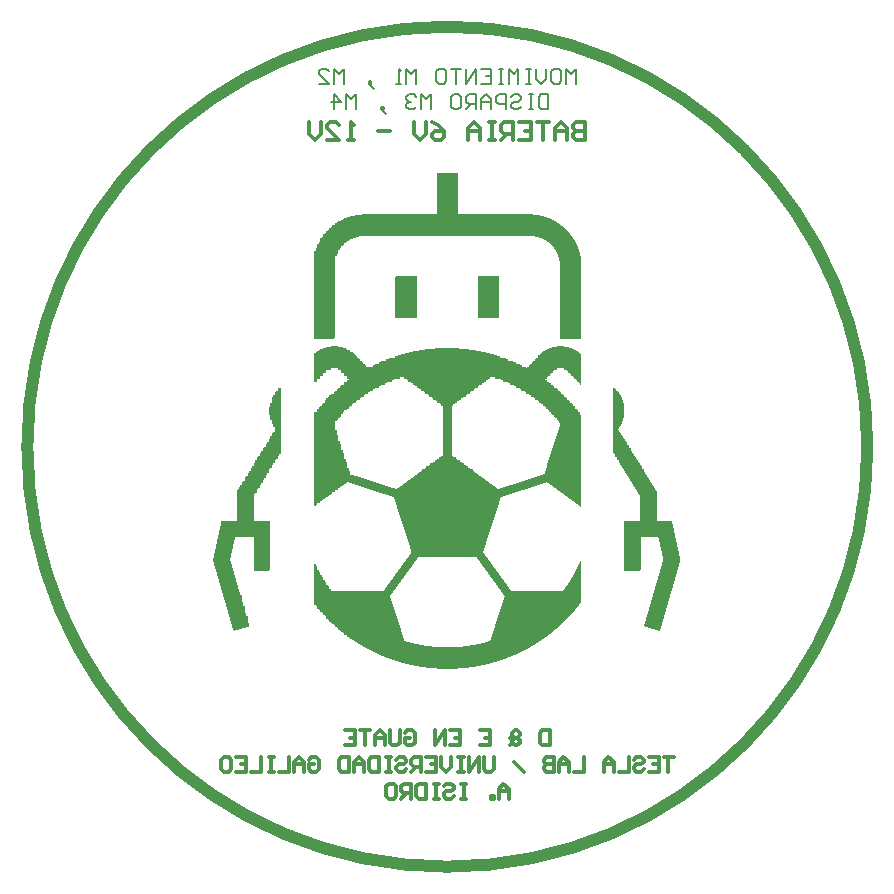
<source format=gbo>
G04*
G04 #@! TF.GenerationSoftware,Altium Limited,Altium Designer,22.0.2 (36)*
G04*
G04 Layer_Color=32896*
%FSLAX23Y23*%
%MOIN*%
G70*
G04*
G04 #@! TF.SameCoordinates,F56BB060-458F-4204-93A6-019121B336C4*
G04*
G04*
G04 #@! TF.FilePolarity,Positive*
G04*
G01*
G75*
%ADD15C,0.008*%
%ADD16C,0.012*%
%ADD56C,0.040*%
G36*
X1875Y1728D02*
X1872D01*
Y1638D01*
X1925D01*
Y1475D01*
X1922D01*
Y1471D01*
X1869D01*
Y1585D01*
X1808D01*
Y1575D01*
X1805D01*
Y1561D01*
X1802D01*
Y1545D01*
X1798D01*
Y1531D01*
X1795D01*
Y1515D01*
X1792D01*
Y1505D01*
X1795D01*
Y1495D01*
X1798D01*
Y1481D01*
X1802D01*
Y1471D01*
X1805D01*
Y1458D01*
X1808D01*
Y1448D01*
X1812D01*
Y1435D01*
X1815D01*
Y1424D01*
X1818D01*
Y1411D01*
X1822D01*
Y1401D01*
X1825D01*
Y1391D01*
X1829D01*
Y1378D01*
X1832D01*
Y1368D01*
X1835D01*
Y1354D01*
X1839D01*
Y1344D01*
X1842D01*
Y1331D01*
X1845D01*
Y1321D01*
X1849D01*
Y1308D01*
X1852D01*
Y1298D01*
X1855D01*
Y1284D01*
X1845D01*
Y1281D01*
X1832D01*
Y1278D01*
X1822D01*
Y1274D01*
X1808D01*
Y1271D01*
X1805D01*
Y1274D01*
X1802D01*
Y1281D01*
X1798D01*
Y1294D01*
X1795D01*
Y1304D01*
X1792D01*
Y1318D01*
X1788D01*
Y1328D01*
X1785D01*
Y1341D01*
X1782D01*
Y1351D01*
X1778D01*
Y1364D01*
X1775D01*
Y1374D01*
X1772D01*
Y1384D01*
X1768D01*
Y1398D01*
X1765D01*
Y1408D01*
X1762D01*
Y1421D01*
X1758D01*
Y1431D01*
X1755D01*
Y1445D01*
X1752D01*
Y1455D01*
X1748D01*
Y1468D01*
X1745D01*
Y1478D01*
X1742D01*
Y1488D01*
X1738D01*
Y1501D01*
X1735D01*
Y1515D01*
X1738D01*
Y1531D01*
X1742D01*
Y1545D01*
X1745D01*
Y1561D01*
X1748D01*
Y1578D01*
X1752D01*
Y1591D01*
X1755D01*
Y1608D01*
X1758D01*
Y1622D01*
X1762D01*
Y1638D01*
X1815D01*
Y1742D01*
X1818D01*
Y1745D01*
X1822D01*
Y1752D01*
X1825D01*
Y1758D01*
X1829D01*
Y1762D01*
X1832D01*
Y1768D01*
X1835D01*
Y1772D01*
X1839D01*
Y1778D01*
X1842D01*
Y1785D01*
X1845D01*
Y1788D01*
X1849D01*
Y1795D01*
X1852D01*
Y1798D01*
X1855D01*
Y1805D01*
X1859D01*
Y1812D01*
X1862D01*
Y1815D01*
X1865D01*
Y1822D01*
X1869D01*
Y1825D01*
X1872D01*
Y1832D01*
X1875D01*
Y1839D01*
X1879D01*
Y1842D01*
X1882D01*
Y1849D01*
X1885D01*
Y1855D01*
X1889D01*
Y1859D01*
X1892D01*
Y1865D01*
X1895D01*
Y1869D01*
X1899D01*
Y1875D01*
X1902D01*
Y1882D01*
X1905D01*
Y1885D01*
X1909D01*
Y1892D01*
X1912D01*
Y1895D01*
X1915D01*
Y1902D01*
X1919D01*
Y1909D01*
X1922D01*
Y1912D01*
X1925D01*
Y1919D01*
X1929D01*
Y1922D01*
X1932D01*
Y1929D01*
X1935D01*
Y1935D01*
X1939D01*
Y1939D01*
X1942D01*
Y1949D01*
X1939D01*
Y1952D01*
X1935D01*
Y1959D01*
X1932D01*
Y1965D01*
X1929D01*
Y1975D01*
X1925D01*
Y1992D01*
X1922D01*
Y2016D01*
X1925D01*
Y2032D01*
X1929D01*
Y2042D01*
X1932D01*
Y2049D01*
X1935D01*
Y2056D01*
X1939D01*
Y2062D01*
X1942D01*
Y2066D01*
X1945D01*
Y2072D01*
X1949D01*
Y2076D01*
X1952D01*
Y2079D01*
X1955D01*
Y2082D01*
X1962D01*
Y1869D01*
X1959D01*
Y1862D01*
X1955D01*
Y1855D01*
X1952D01*
Y1852D01*
X1949D01*
Y1845D01*
X1945D01*
Y1842D01*
X1942D01*
Y1835D01*
X1939D01*
Y1829D01*
X1935D01*
Y1825D01*
X1932D01*
Y1819D01*
X1929D01*
Y1815D01*
X1925D01*
Y1809D01*
X1922D01*
Y1802D01*
X1919D01*
Y1798D01*
X1915D01*
Y1792D01*
X1912D01*
Y1785D01*
X1909D01*
Y1782D01*
X1905D01*
Y1775D01*
X1902D01*
Y1772D01*
X1899D01*
Y1765D01*
X1895D01*
Y1758D01*
X1892D01*
Y1755D01*
X1889D01*
Y1748D01*
X1885D01*
Y1745D01*
X1882D01*
Y1738D01*
X1879D01*
Y1732D01*
X1875D01*
Y1728D01*
D02*
G37*
G36*
X2904Y2216D02*
X2920D01*
Y2213D01*
X2930D01*
Y2209D01*
X2937D01*
Y2206D01*
X2944D01*
Y2203D01*
X2950D01*
Y2199D01*
X2954D01*
Y2196D01*
X2957D01*
Y2193D01*
X2961D01*
Y2092D01*
X2957D01*
Y2096D01*
X2954D01*
Y2099D01*
X2950D01*
Y2102D01*
X2947D01*
Y2106D01*
X2944D01*
Y2109D01*
X2940D01*
Y2112D01*
X2937D01*
Y2116D01*
X2934D01*
Y2119D01*
X2930D01*
Y2122D01*
X2927D01*
Y2126D01*
X2924D01*
Y2129D01*
X2920D01*
Y2132D01*
X2917D01*
Y2136D01*
X2914D01*
Y2139D01*
X2910D01*
Y2142D01*
X2904D01*
Y2146D01*
X2880D01*
Y2142D01*
X2874D01*
Y2139D01*
X2870D01*
Y2136D01*
X2867D01*
Y2132D01*
X2864D01*
Y2129D01*
X2860D01*
Y2126D01*
X2857D01*
Y2122D01*
X2854D01*
Y2119D01*
X2850D01*
Y2116D01*
X2847D01*
Y2112D01*
X2844D01*
Y2109D01*
X2840D01*
Y2106D01*
X2847D01*
Y2102D01*
X2850D01*
Y2099D01*
X2854D01*
Y2096D01*
X2860D01*
Y2092D01*
X2864D01*
Y2089D01*
X2867D01*
Y2086D01*
X2870D01*
Y2082D01*
X2877D01*
Y2079D01*
X2880D01*
Y2076D01*
X2884D01*
Y2072D01*
X2887D01*
Y2069D01*
X2890D01*
Y2066D01*
X2894D01*
Y2062D01*
X2897D01*
Y2059D01*
X2900D01*
Y2056D01*
X2904D01*
Y2052D01*
X2907D01*
Y2049D01*
X2910D01*
Y2046D01*
X2914D01*
Y2042D01*
X2917D01*
Y2039D01*
X2920D01*
Y2036D01*
X2924D01*
Y2032D01*
X2927D01*
Y2029D01*
X2930D01*
Y2026D01*
X2934D01*
Y2022D01*
X2937D01*
Y2019D01*
X2940D01*
Y2012D01*
X2944D01*
Y2009D01*
X2947D01*
Y2006D01*
X2950D01*
Y2002D01*
X2954D01*
Y1999D01*
X2957D01*
Y1992D01*
X2961D01*
Y1819D01*
Y1815D01*
Y1685D01*
X2957D01*
Y1688D01*
X2954D01*
Y1692D01*
X2950D01*
Y1695D01*
X2944D01*
Y1698D01*
X2940D01*
Y1702D01*
X2937D01*
Y1705D01*
X2930D01*
Y1708D01*
X2927D01*
Y1712D01*
X2920D01*
Y1715D01*
X2917D01*
Y1718D01*
X2914D01*
Y1722D01*
X2907D01*
Y1725D01*
X2904D01*
Y1728D01*
X2900D01*
Y1732D01*
X2894D01*
Y1735D01*
X2890D01*
Y1738D01*
X2884D01*
Y1742D01*
X2880D01*
Y1745D01*
X2877D01*
Y1748D01*
X2870D01*
Y1752D01*
X2867D01*
Y1755D01*
X2864D01*
Y1758D01*
X2857D01*
Y1762D01*
X2854D01*
Y1765D01*
X2847D01*
Y1768D01*
X2844D01*
Y1765D01*
X2834D01*
Y1762D01*
X2824D01*
Y1758D01*
X2814D01*
Y1755D01*
X2804D01*
Y1752D01*
X2794D01*
Y1748D01*
X2784D01*
Y1745D01*
X2774D01*
Y1742D01*
X2760D01*
Y1738D01*
X2750D01*
Y1735D01*
X2740D01*
Y1732D01*
X2730D01*
Y1728D01*
X2720D01*
Y1725D01*
X2710D01*
Y1722D01*
X2700D01*
Y1718D01*
X2693D01*
Y1715D01*
X2690D01*
Y1705D01*
X2687D01*
Y1692D01*
X2683D01*
Y1682D01*
X2680D01*
Y1672D01*
X2677D01*
Y1662D01*
X2673D01*
Y1652D01*
X2670D01*
Y1642D01*
X2667D01*
Y1632D01*
X2663D01*
Y1622D01*
X2660D01*
Y1611D01*
X2657D01*
Y1601D01*
X2653D01*
Y1591D01*
X2650D01*
Y1581D01*
X2647D01*
Y1571D01*
X2643D01*
Y1558D01*
X2640D01*
Y1548D01*
X2637D01*
Y1538D01*
X2633D01*
Y1531D01*
X2637D01*
Y1528D01*
X2640D01*
Y1521D01*
X2643D01*
Y1518D01*
X2647D01*
Y1515D01*
X2650D01*
Y1508D01*
X2653D01*
Y1505D01*
X2657D01*
Y1501D01*
X2660D01*
Y1495D01*
X2663D01*
Y1491D01*
X2667D01*
Y1485D01*
X2670D01*
Y1481D01*
X2673D01*
Y1478D01*
X2677D01*
Y1471D01*
X2680D01*
Y1468D01*
X2683D01*
Y1465D01*
X2687D01*
Y1458D01*
X2690D01*
Y1455D01*
X2693D01*
Y1448D01*
X2697D01*
Y1445D01*
X2700D01*
Y1441D01*
X2703D01*
Y1435D01*
X2707D01*
Y1431D01*
X2710D01*
Y1428D01*
X2713D01*
Y1421D01*
X2717D01*
Y1418D01*
X2720D01*
Y1411D01*
X2723D01*
Y1408D01*
X2727D01*
Y1404D01*
X2900D01*
Y1408D01*
X2904D01*
Y1411D01*
X2907D01*
Y1418D01*
X2910D01*
Y1421D01*
X2914D01*
Y1424D01*
X2917D01*
Y1431D01*
X2920D01*
Y1435D01*
X2924D01*
Y1441D01*
X2927D01*
Y1448D01*
X2930D01*
Y1451D01*
X2934D01*
Y1458D01*
X2937D01*
Y1465D01*
X2940D01*
Y1471D01*
X2944D01*
Y1478D01*
X2947D01*
Y1485D01*
X2950D01*
Y1491D01*
X2954D01*
Y1498D01*
X2957D01*
Y1505D01*
X2961D01*
Y1364D01*
X2957D01*
Y1361D01*
X2954D01*
Y1354D01*
X2950D01*
Y1351D01*
X2947D01*
Y1348D01*
X2944D01*
Y1344D01*
X2940D01*
Y1338D01*
X2937D01*
Y1334D01*
X2934D01*
Y1331D01*
X2930D01*
Y1328D01*
X2927D01*
Y1324D01*
X2924D01*
Y1321D01*
X2920D01*
Y1318D01*
X2917D01*
Y1314D01*
X2914D01*
Y1311D01*
X2910D01*
Y1308D01*
X2907D01*
Y1304D01*
X2904D01*
Y1301D01*
X2900D01*
Y1298D01*
X2897D01*
Y1294D01*
X2894D01*
Y1291D01*
X2890D01*
Y1288D01*
X2887D01*
Y1284D01*
X2884D01*
Y1281D01*
X2880D01*
Y1278D01*
X2874D01*
Y1274D01*
X2870D01*
Y1271D01*
X2867D01*
Y1268D01*
X2864D01*
Y1264D01*
X2860D01*
Y1261D01*
X2854D01*
Y1258D01*
X2850D01*
Y1254D01*
X2847D01*
Y1251D01*
X2840D01*
Y1248D01*
X2837D01*
Y1244D01*
X2830D01*
Y1241D01*
X2827D01*
Y1238D01*
X2820D01*
Y1234D01*
X2817D01*
Y1231D01*
X2810D01*
Y1227D01*
X2807D01*
Y1224D01*
X2800D01*
Y1221D01*
X2794D01*
Y1217D01*
X2790D01*
Y1214D01*
X2784D01*
Y1211D01*
X2777D01*
Y1207D01*
X2770D01*
Y1204D01*
X2763D01*
Y1201D01*
X2757D01*
Y1197D01*
X2750D01*
Y1194D01*
X2743D01*
Y1191D01*
X2733D01*
Y1187D01*
X2727D01*
Y1184D01*
X2717D01*
Y1181D01*
X2710D01*
Y1177D01*
X2700D01*
Y1174D01*
X2690D01*
Y1171D01*
X2680D01*
Y1167D01*
X2667D01*
Y1164D01*
X2657D01*
Y1161D01*
X2643D01*
Y1157D01*
X2627D01*
Y1154D01*
X2610D01*
Y1151D01*
X2587D01*
Y1147D01*
X2550D01*
Y1144D01*
X2480D01*
Y1147D01*
X2443D01*
Y1151D01*
X2420D01*
Y1154D01*
X2403D01*
Y1157D01*
X2386D01*
Y1161D01*
X2373D01*
Y1164D01*
X2359D01*
Y1167D01*
X2349D01*
Y1171D01*
X2339D01*
Y1174D01*
X2329D01*
Y1177D01*
X2319D01*
Y1181D01*
X2309D01*
Y1184D01*
X2303D01*
Y1187D01*
X2293D01*
Y1191D01*
X2286D01*
Y1194D01*
X2279D01*
Y1197D01*
X2273D01*
Y1201D01*
X2266D01*
Y1204D01*
X2259D01*
Y1207D01*
X2253D01*
Y1211D01*
X2246D01*
Y1214D01*
X2239D01*
Y1217D01*
X2233D01*
Y1221D01*
X2229D01*
Y1224D01*
X2223D01*
Y1227D01*
X2216D01*
Y1231D01*
X2213D01*
Y1234D01*
X2206D01*
Y1238D01*
X2203D01*
Y1241D01*
X2196D01*
Y1244D01*
X2192D01*
Y1248D01*
X2186D01*
Y1251D01*
X2182D01*
Y1254D01*
X2179D01*
Y1258D01*
X2172D01*
Y1261D01*
X2169D01*
Y1264D01*
X2166D01*
Y1268D01*
X2162D01*
Y1271D01*
X2156D01*
Y1274D01*
X2152D01*
Y1278D01*
X2149D01*
Y1281D01*
X2146D01*
Y1284D01*
X2142D01*
Y1288D01*
X2139D01*
Y1291D01*
X2136D01*
Y1294D01*
X2132D01*
Y1298D01*
X2126D01*
Y1301D01*
X2122D01*
Y1304D01*
X2119D01*
Y1308D01*
X2116D01*
Y1311D01*
X2112D01*
Y1314D01*
X2109D01*
Y1321D01*
X2106D01*
Y1324D01*
X2102D01*
Y1328D01*
X2099D01*
Y1331D01*
X2096D01*
Y1334D01*
X2092D01*
Y1338D01*
X2089D01*
Y1341D01*
X2086D01*
Y1344D01*
X2082D01*
Y1351D01*
X2079D01*
Y1354D01*
X2076D01*
Y1358D01*
X2072D01*
Y1361D01*
X2069D01*
Y1505D01*
X2072D01*
Y1495D01*
X2076D01*
Y1488D01*
X2079D01*
Y1481D01*
X2082D01*
Y1475D01*
X2086D01*
Y1468D01*
X2089D01*
Y1461D01*
X2092D01*
Y1458D01*
X2096D01*
Y1451D01*
X2099D01*
Y1445D01*
X2102D01*
Y1441D01*
X2106D01*
Y1435D01*
X2109D01*
Y1428D01*
X2112D01*
Y1424D01*
X2116D01*
Y1421D01*
X2119D01*
Y1414D01*
X2122D01*
Y1411D01*
X2126D01*
Y1404D01*
X2303D01*
Y1408D01*
X2306D01*
Y1414D01*
X2309D01*
Y1418D01*
X2313D01*
Y1424D01*
X2316D01*
Y1428D01*
X2319D01*
Y1431D01*
X2323D01*
Y1438D01*
X2326D01*
Y1441D01*
X2329D01*
Y1445D01*
X2333D01*
Y1451D01*
X2336D01*
Y1455D01*
X2339D01*
Y1461D01*
X2343D01*
Y1465D01*
X2346D01*
Y1468D01*
X2349D01*
Y1475D01*
X2353D01*
Y1478D01*
X2356D01*
Y1481D01*
X2359D01*
Y1488D01*
X2363D01*
Y1491D01*
X2366D01*
Y1498D01*
X2369D01*
Y1501D01*
X2373D01*
Y1505D01*
X2376D01*
Y1511D01*
X2379D01*
Y1515D01*
X2383D01*
Y1518D01*
X2386D01*
Y1525D01*
X2389D01*
Y1528D01*
X2393D01*
Y1545D01*
X2389D01*
Y1558D01*
X2386D01*
Y1568D01*
X2383D01*
Y1578D01*
X2379D01*
Y1588D01*
X2376D01*
Y1598D01*
X2373D01*
Y1608D01*
X2369D01*
Y1618D01*
X2366D01*
Y1628D01*
X2363D01*
Y1638D01*
X2359D01*
Y1648D01*
X2356D01*
Y1658D01*
X2353D01*
Y1668D01*
X2349D01*
Y1678D01*
X2346D01*
Y1692D01*
X2343D01*
Y1702D01*
X2339D01*
Y1712D01*
X2336D01*
Y1718D01*
X2329D01*
Y1722D01*
X2319D01*
Y1725D01*
X2309D01*
Y1728D01*
X2296D01*
Y1732D01*
X2286D01*
Y1735D01*
X2276D01*
Y1738D01*
X2266D01*
Y1742D01*
X2256D01*
Y1745D01*
X2246D01*
Y1748D01*
X2236D01*
Y1752D01*
X2226D01*
Y1755D01*
X2216D01*
Y1758D01*
X2206D01*
Y1762D01*
X2196D01*
Y1765D01*
X2186D01*
Y1768D01*
X2179D01*
Y1765D01*
X2176D01*
Y1762D01*
X2172D01*
Y1758D01*
X2166D01*
Y1755D01*
X2162D01*
Y1752D01*
X2156D01*
Y1748D01*
X2152D01*
Y1745D01*
X2149D01*
Y1742D01*
X2142D01*
Y1738D01*
X2139D01*
Y1735D01*
X2132D01*
Y1732D01*
X2129D01*
Y1728D01*
X2126D01*
Y1725D01*
X2119D01*
Y1722D01*
X2116D01*
Y1718D01*
X2112D01*
Y1715D01*
X2106D01*
Y1712D01*
X2102D01*
Y1708D01*
X2096D01*
Y1705D01*
X2092D01*
Y1702D01*
X2089D01*
Y1698D01*
X2082D01*
Y1695D01*
X2079D01*
Y1692D01*
X2076D01*
Y1688D01*
X2069D01*
Y1995D01*
X2072D01*
Y1999D01*
X2076D01*
Y2002D01*
X2079D01*
Y2006D01*
X2082D01*
Y2012D01*
X2086D01*
Y2016D01*
X2089D01*
Y2019D01*
X2092D01*
Y2022D01*
X2096D01*
Y2026D01*
X2099D01*
Y2029D01*
X2102D01*
Y2032D01*
X2106D01*
Y2039D01*
X2109D01*
Y2042D01*
X2112D01*
Y2046D01*
X2116D01*
Y2049D01*
X2119D01*
Y2052D01*
X2122D01*
Y2056D01*
X2126D01*
Y2059D01*
X2129D01*
Y2062D01*
X2136D01*
Y2066D01*
X2139D01*
Y2069D01*
X2142D01*
Y2072D01*
X2146D01*
Y2076D01*
X2149D01*
Y2079D01*
X2152D01*
Y2082D01*
X2156D01*
Y2086D01*
X2162D01*
Y2089D01*
X2166D01*
Y2092D01*
X2169D01*
Y2096D01*
X2172D01*
Y2099D01*
X2179D01*
Y2102D01*
X2182D01*
Y2106D01*
X2186D01*
Y2112D01*
X2182D01*
Y2116D01*
X2179D01*
Y2119D01*
X2176D01*
Y2122D01*
X2172D01*
Y2126D01*
X2169D01*
Y2129D01*
X2166D01*
Y2132D01*
X2162D01*
Y2136D01*
X2159D01*
Y2139D01*
X2156D01*
Y2142D01*
X2149D01*
Y2146D01*
X2126D01*
Y2142D01*
X2119D01*
Y2139D01*
X2112D01*
Y2136D01*
X2109D01*
Y2132D01*
X2106D01*
Y2129D01*
X2102D01*
Y2126D01*
X2099D01*
Y2122D01*
X2096D01*
Y2119D01*
X2092D01*
Y2116D01*
X2089D01*
Y2112D01*
X2086D01*
Y2109D01*
X2082D01*
Y2106D01*
X2079D01*
Y2102D01*
X2076D01*
Y2099D01*
X2072D01*
Y2096D01*
X2069D01*
Y2196D01*
X2076D01*
Y2199D01*
X2079D01*
Y2203D01*
X2086D01*
Y2206D01*
X2092D01*
Y2209D01*
X2099D01*
Y2213D01*
X2109D01*
Y2216D01*
X2126D01*
Y2219D01*
X2149D01*
Y2216D01*
X2166D01*
Y2213D01*
X2176D01*
Y2209D01*
X2182D01*
Y2206D01*
X2189D01*
Y2203D01*
X2192D01*
Y2199D01*
X2199D01*
Y2196D01*
X2203D01*
Y2193D01*
X2206D01*
Y2189D01*
X2209D01*
Y2186D01*
X2213D01*
Y2182D01*
X2216D01*
Y2179D01*
X2219D01*
Y2176D01*
X2223D01*
Y2172D01*
X2226D01*
Y2169D01*
X2229D01*
Y2166D01*
X2233D01*
Y2162D01*
X2236D01*
Y2159D01*
X2239D01*
Y2156D01*
X2243D01*
Y2152D01*
X2246D01*
Y2149D01*
X2259D01*
Y2152D01*
X2266D01*
Y2156D01*
X2273D01*
Y2159D01*
X2279D01*
Y2162D01*
X2286D01*
Y2166D01*
X2293D01*
Y2169D01*
X2303D01*
Y2172D01*
X2309D01*
Y2176D01*
X2319D01*
Y2179D01*
X2329D01*
Y2182D01*
X2339D01*
Y2186D01*
X2349D01*
Y2189D01*
X2359D01*
Y2193D01*
X2373D01*
Y2196D01*
X2386D01*
Y2199D01*
X2400D01*
Y2203D01*
X2420D01*
Y2206D01*
X2440D01*
Y2209D01*
X2473D01*
Y2213D01*
X2553D01*
Y2209D01*
X2587D01*
Y2206D01*
X2610D01*
Y2203D01*
X2627D01*
Y2199D01*
X2643D01*
Y2196D01*
X2657D01*
Y2193D01*
X2670D01*
Y2189D01*
X2680D01*
Y2186D01*
X2690D01*
Y2182D01*
X2700D01*
Y2179D01*
X2710D01*
Y2176D01*
X2717D01*
Y2172D01*
X2727D01*
Y2169D01*
X2733D01*
Y2166D01*
X2743D01*
Y2162D01*
X2750D01*
Y2159D01*
X2757D01*
Y2156D01*
X2763D01*
Y2152D01*
X2770D01*
Y2149D01*
X2777D01*
Y2146D01*
X2780D01*
Y2149D01*
X2784D01*
Y2152D01*
X2787D01*
Y2156D01*
X2790D01*
Y2159D01*
X2794D01*
Y2162D01*
X2797D01*
Y2166D01*
X2800D01*
Y2169D01*
X2804D01*
Y2172D01*
X2807D01*
Y2176D01*
X2810D01*
Y2179D01*
X2814D01*
Y2182D01*
X2817D01*
Y2189D01*
X2824D01*
Y2193D01*
X2827D01*
Y2196D01*
X2830D01*
Y2199D01*
X2834D01*
Y2203D01*
X2840D01*
Y2206D01*
X2847D01*
Y2209D01*
X2854D01*
Y2213D01*
X2864D01*
Y2216D01*
X2880D01*
Y2219D01*
X2904D01*
Y2216D01*
D02*
G37*
G36*
X3104Y1498D02*
Y1638D01*
X3158D01*
Y1725D01*
X3154D01*
Y1728D01*
X3151D01*
Y1735D01*
X3147D01*
Y1742D01*
X3144D01*
Y1745D01*
X3141D01*
Y1752D01*
X3137D01*
Y1755D01*
X3134D01*
Y1762D01*
X3131D01*
Y1768D01*
X3127D01*
Y1772D01*
X3124D01*
Y1778D01*
X3121D01*
Y1785D01*
X3117D01*
Y1788D01*
X3114D01*
Y1795D01*
X3111D01*
Y1798D01*
X3107D01*
Y1805D01*
X3104D01*
Y1812D01*
X3101D01*
Y1815D01*
X3097D01*
Y1822D01*
X3094D01*
Y1825D01*
X3091D01*
Y1832D01*
X3087D01*
Y1839D01*
X3084D01*
Y1842D01*
X3081D01*
Y1849D01*
X3077D01*
Y1852D01*
X3074D01*
Y1859D01*
X3071D01*
Y1865D01*
X3067D01*
Y2082D01*
X3071D01*
Y2079D01*
X3074D01*
Y2076D01*
X3077D01*
Y2072D01*
X3081D01*
Y2069D01*
X3084D01*
Y2066D01*
X3087D01*
Y2059D01*
X3091D01*
Y2056D01*
X3094D01*
Y2049D01*
X3097D01*
Y2039D01*
X3101D01*
Y2029D01*
X3104D01*
Y1979D01*
X3101D01*
Y1969D01*
X3097D01*
Y1962D01*
X3094D01*
Y1955D01*
X3091D01*
Y1949D01*
X3087D01*
Y1945D01*
X3084D01*
Y1942D01*
X3087D01*
Y1935D01*
X3091D01*
Y1932D01*
X3094D01*
Y1925D01*
X3097D01*
Y1919D01*
X3101D01*
Y1915D01*
X3104D01*
Y1909D01*
X3107D01*
Y1905D01*
X3111D01*
Y1899D01*
X3114D01*
Y1892D01*
X3117D01*
Y1889D01*
X3121D01*
Y1882D01*
X3124D01*
Y1879D01*
X3127D01*
Y1872D01*
X3131D01*
Y1865D01*
X3134D01*
Y1862D01*
X3137D01*
Y1855D01*
X3141D01*
Y1852D01*
X3144D01*
Y1845D01*
X3147D01*
Y1839D01*
X3151D01*
Y1835D01*
X3154D01*
Y1829D01*
X3158D01*
Y1825D01*
X3161D01*
Y1819D01*
X3164D01*
Y1812D01*
X3168D01*
Y1809D01*
X3171D01*
Y1802D01*
X3174D01*
Y1795D01*
X3178D01*
Y1792D01*
X3181D01*
Y1785D01*
X3184D01*
Y1782D01*
X3188D01*
Y1775D01*
X3191D01*
Y1768D01*
X3194D01*
Y1765D01*
X3198D01*
Y1758D01*
X3201D01*
Y1755D01*
X3204D01*
Y1748D01*
X3208D01*
Y1742D01*
X3211D01*
Y1738D01*
X3214D01*
Y1638D01*
X3264D01*
Y1628D01*
X3268D01*
Y1615D01*
X3271D01*
Y1598D01*
X3274D01*
Y1581D01*
X3278D01*
Y1568D01*
X3281D01*
Y1551D01*
X3284D01*
Y1538D01*
X3288D01*
Y1521D01*
X3291D01*
Y1498D01*
X3288D01*
Y1485D01*
X3284D01*
Y1475D01*
X3281D01*
Y1461D01*
X3278D01*
Y1451D01*
X3274D01*
Y1438D01*
X3271D01*
Y1428D01*
X3268D01*
Y1414D01*
X3264D01*
Y1404D01*
X3261D01*
Y1394D01*
X3258D01*
Y1381D01*
X3254D01*
Y1371D01*
X3251D01*
Y1358D01*
X3248D01*
Y1348D01*
X3244D01*
Y1334D01*
X3241D01*
Y1324D01*
X3238D01*
Y1311D01*
X3234D01*
Y1301D01*
X3231D01*
Y1288D01*
X3228D01*
Y1278D01*
X3224D01*
Y1271D01*
X3218D01*
Y1274D01*
X3208D01*
Y1278D01*
X3194D01*
Y1281D01*
X3184D01*
Y1284D01*
X3174D01*
Y1288D01*
X3171D01*
Y1294D01*
X3174D01*
Y1304D01*
X3178D01*
Y1318D01*
X3181D01*
Y1328D01*
X3184D01*
Y1338D01*
X3188D01*
Y1351D01*
X3191D01*
Y1361D01*
X3194D01*
Y1374D01*
X3198D01*
Y1384D01*
X3201D01*
Y1398D01*
X3204D01*
Y1408D01*
X3208D01*
Y1421D01*
X3211D01*
Y1431D01*
X3214D01*
Y1441D01*
X3218D01*
Y1455D01*
X3221D01*
Y1465D01*
X3224D01*
Y1478D01*
X3228D01*
Y1488D01*
X3231D01*
Y1501D01*
X3234D01*
Y1521D01*
X3231D01*
Y1538D01*
X3228D01*
Y1551D01*
X3224D01*
Y1568D01*
X3221D01*
Y1581D01*
X3218D01*
Y1585D01*
X3161D01*
Y1475D01*
X3158D01*
Y1471D01*
X3104D01*
Y1495D01*
Y1498D01*
D02*
G37*
G36*
X2687Y2313D02*
X2617D01*
Y2433D01*
Y2436D01*
Y2453D01*
X2687D01*
Y2313D01*
D02*
G37*
G36*
X2413D02*
X2339D01*
Y2450D01*
X2343D01*
Y2453D01*
X2413D01*
Y2313D01*
D02*
G37*
G36*
X2550Y2660D02*
X2800D01*
Y2657D01*
X2824D01*
Y2653D01*
X2837D01*
Y2650D01*
X2847D01*
Y2647D01*
X2857D01*
Y2643D01*
X2864D01*
Y2640D01*
X2870D01*
Y2637D01*
X2877D01*
Y2633D01*
X2880D01*
Y2630D01*
X2887D01*
Y2627D01*
X2890D01*
Y2623D01*
X2894D01*
Y2620D01*
X2900D01*
Y2617D01*
X2904D01*
Y2613D01*
X2907D01*
Y2610D01*
X2910D01*
Y2607D01*
X2914D01*
Y2603D01*
X2917D01*
Y2600D01*
X2920D01*
Y2597D01*
X2924D01*
Y2590D01*
X2927D01*
Y2587D01*
X2930D01*
Y2583D01*
X2934D01*
Y2577D01*
X2937D01*
Y2573D01*
X2940D01*
Y2567D01*
X2944D01*
Y2560D01*
X2947D01*
Y2553D01*
X2950D01*
Y2543D01*
X2954D01*
Y2533D01*
X2957D01*
Y2520D01*
X2961D01*
Y2243D01*
X2890D01*
Y2503D01*
X2887D01*
Y2516D01*
X2884D01*
Y2526D01*
X2880D01*
Y2533D01*
X2877D01*
Y2540D01*
X2874D01*
Y2543D01*
X2870D01*
Y2550D01*
X2867D01*
Y2553D01*
X2864D01*
Y2556D01*
X2860D01*
Y2560D01*
X2857D01*
Y2563D01*
X2854D01*
Y2567D01*
X2847D01*
Y2570D01*
X2844D01*
Y2573D01*
X2837D01*
Y2577D01*
X2830D01*
Y2580D01*
X2820D01*
Y2583D01*
X2807D01*
Y2587D01*
X2219D01*
Y2583D01*
X2209D01*
Y2580D01*
X2199D01*
Y2577D01*
X2192D01*
Y2573D01*
X2186D01*
Y2570D01*
X2182D01*
Y2567D01*
X2176D01*
Y2563D01*
X2172D01*
Y2560D01*
X2169D01*
Y2556D01*
X2166D01*
Y2553D01*
X2162D01*
Y2550D01*
X2159D01*
Y2546D01*
X2156D01*
Y2540D01*
X2152D01*
Y2533D01*
X2149D01*
Y2526D01*
X2146D01*
Y2520D01*
X2142D01*
Y2506D01*
X2139D01*
Y2246D01*
X2136D01*
Y2243D01*
X2069D01*
Y2523D01*
X2072D01*
Y2536D01*
X2076D01*
Y2546D01*
X2079D01*
Y2553D01*
X2082D01*
Y2560D01*
X2086D01*
Y2567D01*
X2089D01*
Y2573D01*
X2092D01*
Y2580D01*
X2096D01*
Y2583D01*
X2099D01*
Y2590D01*
X2102D01*
Y2593D01*
X2106D01*
Y2597D01*
X2109D01*
Y2600D01*
X2112D01*
Y2603D01*
X2116D01*
Y2607D01*
X2119D01*
Y2610D01*
X2122D01*
Y2613D01*
X2126D01*
Y2617D01*
X2129D01*
Y2620D01*
X2132D01*
Y2623D01*
X2139D01*
Y2627D01*
X2142D01*
Y2630D01*
X2146D01*
Y2633D01*
X2152D01*
Y2637D01*
X2159D01*
Y2640D01*
X2166D01*
Y2643D01*
X2172D01*
Y2647D01*
X2182D01*
Y2650D01*
X2192D01*
Y2653D01*
X2206D01*
Y2657D01*
X2229D01*
Y2660D01*
X2480D01*
Y2797D01*
X2550D01*
Y2660D01*
D02*
G37*
%LPC*%
G36*
X2673Y2116D02*
X2657D01*
Y2112D01*
X2653D01*
Y2109D01*
X2650D01*
Y2106D01*
X2643D01*
Y2102D01*
X2640D01*
Y2099D01*
X2637D01*
Y2096D01*
X2630D01*
Y2092D01*
X2627D01*
Y2089D01*
X2620D01*
Y2086D01*
X2617D01*
Y2082D01*
X2613D01*
Y2079D01*
X2607D01*
Y2076D01*
X2603D01*
Y2072D01*
X2600D01*
Y2069D01*
X2593D01*
Y2066D01*
X2590D01*
Y2062D01*
X2583D01*
Y2059D01*
X2580D01*
Y2056D01*
X2576D01*
Y2052D01*
X2570D01*
Y2049D01*
X2566D01*
Y2046D01*
X2560D01*
Y2042D01*
X2556D01*
Y2039D01*
X2553D01*
Y2036D01*
X2546D01*
Y2032D01*
X2543D01*
Y2029D01*
X2540D01*
Y2026D01*
X2533D01*
Y2022D01*
X2530D01*
Y1855D01*
X2533D01*
Y1852D01*
X2540D01*
Y1849D01*
X2543D01*
Y1845D01*
X2546D01*
Y1842D01*
X2553D01*
Y1839D01*
X2556D01*
Y1835D01*
X2563D01*
Y1832D01*
X2566D01*
Y1829D01*
X2570D01*
Y1825D01*
X2576D01*
Y1822D01*
X2580D01*
Y1819D01*
X2583D01*
Y1815D01*
X2590D01*
Y1812D01*
X2593D01*
Y1809D01*
X2600D01*
Y1805D01*
X2603D01*
Y1802D01*
X2607D01*
Y1798D01*
X2613D01*
Y1795D01*
X2617D01*
Y1792D01*
X2620D01*
Y1788D01*
X2627D01*
Y1785D01*
X2630D01*
Y1782D01*
X2637D01*
Y1778D01*
X2640D01*
Y1775D01*
X2643D01*
Y1772D01*
X2650D01*
Y1768D01*
X2653D01*
Y1765D01*
X2657D01*
Y1762D01*
X2663D01*
Y1758D01*
X2667D01*
Y1755D01*
X2673D01*
Y1752D01*
X2677D01*
Y1748D01*
X2680D01*
Y1745D01*
X2690D01*
Y1748D01*
X2700D01*
Y1752D01*
X2710D01*
Y1755D01*
X2720D01*
Y1758D01*
X2733D01*
Y1762D01*
X2743D01*
Y1765D01*
X2753D01*
Y1768D01*
X2763D01*
Y1772D01*
X2774D01*
Y1775D01*
X2784D01*
Y1778D01*
X2794D01*
Y1782D01*
X2804D01*
Y1785D01*
X2814D01*
Y1788D01*
X2824D01*
Y1792D01*
X2834D01*
Y1795D01*
X2840D01*
Y1805D01*
X2844D01*
Y1815D01*
X2847D01*
Y1829D01*
X2850D01*
Y1839D01*
X2854D01*
Y1849D01*
X2857D01*
Y1859D01*
X2860D01*
Y1869D01*
X2864D01*
Y1879D01*
X2867D01*
Y1889D01*
X2870D01*
Y1899D01*
X2874D01*
Y1909D01*
X2877D01*
Y1919D01*
X2880D01*
Y1929D01*
X2884D01*
Y1939D01*
X2887D01*
Y1949D01*
X2890D01*
Y1965D01*
X2887D01*
Y1972D01*
X2884D01*
Y1975D01*
X2880D01*
Y1979D01*
X2877D01*
Y1982D01*
X2874D01*
Y1985D01*
X2870D01*
Y1989D01*
X2867D01*
Y1992D01*
X2864D01*
Y1995D01*
X2860D01*
Y1999D01*
X2857D01*
Y2002D01*
X2854D01*
Y2006D01*
X2850D01*
Y2009D01*
X2847D01*
Y2012D01*
X2844D01*
Y2016D01*
X2840D01*
Y2019D01*
X2837D01*
Y2022D01*
X2834D01*
Y2026D01*
X2827D01*
Y2029D01*
X2824D01*
Y2032D01*
X2820D01*
Y2036D01*
X2817D01*
Y2039D01*
X2810D01*
Y2042D01*
X2807D01*
Y2046D01*
X2804D01*
Y2049D01*
X2797D01*
Y2052D01*
X2794D01*
Y2056D01*
X2787D01*
Y2059D01*
X2784D01*
Y2062D01*
X2777D01*
Y2066D01*
X2774D01*
Y2069D01*
X2767D01*
Y2072D01*
X2760D01*
Y2076D01*
X2757D01*
Y2079D01*
X2750D01*
Y2082D01*
X2743D01*
Y2086D01*
X2737D01*
Y2089D01*
X2730D01*
Y2092D01*
X2723D01*
Y2096D01*
X2717D01*
Y2099D01*
X2710D01*
Y2102D01*
X2700D01*
Y2106D01*
X2693D01*
Y2109D01*
X2683D01*
Y2112D01*
X2673D01*
Y2116D01*
D02*
G37*
G36*
X2369D02*
X2356D01*
Y2112D01*
X2346D01*
Y2109D01*
X2336D01*
Y2106D01*
X2329D01*
Y2102D01*
X2319D01*
Y2099D01*
X2313D01*
Y2096D01*
X2306D01*
Y2092D01*
X2299D01*
Y2089D01*
X2293D01*
Y2086D01*
X2286D01*
Y2082D01*
X2279D01*
Y2079D01*
X2273D01*
Y2076D01*
X2266D01*
Y2072D01*
X2263D01*
Y2069D01*
X2256D01*
Y2066D01*
X2249D01*
Y2062D01*
X2246D01*
Y2059D01*
X2239D01*
Y2056D01*
X2236D01*
Y2052D01*
X2229D01*
Y2049D01*
X2226D01*
Y2046D01*
X2223D01*
Y2042D01*
X2216D01*
Y2039D01*
X2213D01*
Y2036D01*
X2209D01*
Y2032D01*
X2203D01*
Y2029D01*
X2199D01*
Y2026D01*
X2196D01*
Y2022D01*
X2192D01*
Y2019D01*
X2189D01*
Y2016D01*
X2186D01*
Y2012D01*
X2182D01*
Y2009D01*
X2179D01*
Y2006D01*
X2172D01*
Y2002D01*
X2169D01*
Y1999D01*
X2166D01*
Y1995D01*
X2162D01*
Y1989D01*
X2159D01*
Y1985D01*
X2156D01*
Y1982D01*
X2152D01*
Y1979D01*
X2149D01*
Y1975D01*
X2146D01*
Y1972D01*
X2142D01*
Y1969D01*
X2139D01*
Y1962D01*
X2136D01*
Y1959D01*
X2139D01*
Y1949D01*
X2142D01*
Y1939D01*
X2146D01*
Y1925D01*
X2149D01*
Y1915D01*
X2152D01*
Y1905D01*
X2156D01*
Y1895D01*
X2159D01*
Y1885D01*
X2162D01*
Y1875D01*
X2166D01*
Y1865D01*
X2169D01*
Y1855D01*
X2172D01*
Y1845D01*
X2176D01*
Y1835D01*
X2179D01*
Y1825D01*
X2182D01*
Y1815D01*
X2186D01*
Y1805D01*
X2189D01*
Y1795D01*
X2192D01*
Y1792D01*
X2203D01*
Y1788D01*
X2216D01*
Y1785D01*
X2226D01*
Y1782D01*
X2236D01*
Y1778D01*
X2246D01*
Y1775D01*
X2256D01*
Y1772D01*
X2266D01*
Y1768D01*
X2276D01*
Y1765D01*
X2286D01*
Y1762D01*
X2296D01*
Y1758D01*
X2306D01*
Y1755D01*
X2316D01*
Y1752D01*
X2326D01*
Y1748D01*
X2339D01*
Y1745D01*
X2346D01*
Y1748D01*
X2353D01*
Y1752D01*
X2356D01*
Y1755D01*
X2363D01*
Y1758D01*
X2366D01*
Y1762D01*
X2369D01*
Y1765D01*
X2376D01*
Y1768D01*
X2379D01*
Y1772D01*
X2383D01*
Y1775D01*
X2389D01*
Y1778D01*
X2393D01*
Y1782D01*
X2400D01*
Y1785D01*
X2403D01*
Y1788D01*
X2406D01*
Y1792D01*
X2413D01*
Y1795D01*
X2416D01*
Y1798D01*
X2420D01*
Y1802D01*
X2426D01*
Y1805D01*
X2430D01*
Y1809D01*
X2436D01*
Y1812D01*
X2440D01*
Y1815D01*
X2443D01*
Y1819D01*
X2450D01*
Y1822D01*
X2453D01*
Y1825D01*
X2456D01*
Y1829D01*
X2463D01*
Y1832D01*
X2466D01*
Y1835D01*
X2473D01*
Y1839D01*
X2476D01*
Y1842D01*
X2480D01*
Y1845D01*
X2486D01*
Y1849D01*
X2490D01*
Y1852D01*
X2493D01*
Y1855D01*
X2500D01*
Y2022D01*
X2493D01*
Y2026D01*
X2490D01*
Y2029D01*
X2486D01*
Y2032D01*
X2480D01*
Y2036D01*
X2476D01*
Y2039D01*
X2473D01*
Y2042D01*
X2466D01*
Y2046D01*
X2463D01*
Y2049D01*
X2456D01*
Y2052D01*
X2453D01*
Y2056D01*
X2450D01*
Y2059D01*
X2443D01*
Y2062D01*
X2440D01*
Y2066D01*
X2436D01*
Y2069D01*
X2430D01*
Y2072D01*
X2426D01*
Y2076D01*
X2420D01*
Y2079D01*
X2416D01*
Y2082D01*
X2413D01*
Y2086D01*
X2406D01*
Y2089D01*
X2403D01*
Y2092D01*
X2400D01*
Y2096D01*
X2393D01*
Y2099D01*
X2389D01*
Y2102D01*
X2383D01*
Y2106D01*
X2379D01*
Y2109D01*
X2376D01*
Y2112D01*
X2369D01*
Y2116D01*
D02*
G37*
G36*
X2613Y1518D02*
X2416D01*
Y1515D01*
X2413D01*
Y1508D01*
X2410D01*
Y1505D01*
X2406D01*
Y1501D01*
X2403D01*
Y1495D01*
X2400D01*
Y1491D01*
X2396D01*
Y1485D01*
X2393D01*
Y1481D01*
X2389D01*
Y1478D01*
X2386D01*
Y1471D01*
X2383D01*
Y1468D01*
X2379D01*
Y1465D01*
X2376D01*
Y1458D01*
X2373D01*
Y1455D01*
X2369D01*
Y1448D01*
X2366D01*
Y1445D01*
X2363D01*
Y1441D01*
X2359D01*
Y1435D01*
X2356D01*
Y1431D01*
X2353D01*
Y1428D01*
X2349D01*
Y1421D01*
X2346D01*
Y1418D01*
X2343D01*
Y1411D01*
X2339D01*
Y1408D01*
X2336D01*
Y1404D01*
X2333D01*
Y1398D01*
X2329D01*
Y1394D01*
X2326D01*
Y1391D01*
X2323D01*
Y1381D01*
X2326D01*
Y1371D01*
X2329D01*
Y1361D01*
X2333D01*
Y1351D01*
X2336D01*
Y1341D01*
X2339D01*
Y1331D01*
X2343D01*
Y1321D01*
X2346D01*
Y1311D01*
X2349D01*
Y1301D01*
X2353D01*
Y1291D01*
X2356D01*
Y1281D01*
X2359D01*
Y1268D01*
X2363D01*
Y1258D01*
X2366D01*
Y1248D01*
X2369D01*
Y1238D01*
X2376D01*
Y1234D01*
X2389D01*
Y1231D01*
X2403D01*
Y1227D01*
X2420D01*
Y1224D01*
X2436D01*
Y1221D01*
X2463D01*
Y1217D01*
X2566D01*
Y1221D01*
X2590D01*
Y1224D01*
X2610D01*
Y1227D01*
X2627D01*
Y1231D01*
X2640D01*
Y1234D01*
X2650D01*
Y1238D01*
X2657D01*
Y1241D01*
X2660D01*
Y1251D01*
X2663D01*
Y1261D01*
X2667D01*
Y1271D01*
X2670D01*
Y1281D01*
X2673D01*
Y1294D01*
X2677D01*
Y1304D01*
X2680D01*
Y1314D01*
X2683D01*
Y1324D01*
X2687D01*
Y1334D01*
X2690D01*
Y1344D01*
X2693D01*
Y1354D01*
X2697D01*
Y1364D01*
X2700D01*
Y1374D01*
X2703D01*
Y1384D01*
X2707D01*
Y1388D01*
X2703D01*
Y1391D01*
X2700D01*
Y1398D01*
X2697D01*
Y1401D01*
X2693D01*
Y1408D01*
X2690D01*
Y1411D01*
X2687D01*
Y1414D01*
X2683D01*
Y1421D01*
X2680D01*
Y1424D01*
X2677D01*
Y1431D01*
X2673D01*
Y1435D01*
X2670D01*
Y1438D01*
X2667D01*
Y1445D01*
X2663D01*
Y1448D01*
X2660D01*
Y1451D01*
X2657D01*
Y1458D01*
X2653D01*
Y1461D01*
X2650D01*
Y1468D01*
X2647D01*
Y1471D01*
X2643D01*
Y1475D01*
X2640D01*
Y1481D01*
X2637D01*
Y1485D01*
X2633D01*
Y1488D01*
X2630D01*
Y1495D01*
X2627D01*
Y1498D01*
X2623D01*
Y1505D01*
X2620D01*
Y1508D01*
X2617D01*
Y1511D01*
X2613D01*
Y1518D01*
D02*
G37*
%LPD*%
D15*
X2944Y3095D02*
Y3145D01*
X2927Y3128D01*
X2911Y3145D01*
Y3095D01*
X2869Y3145D02*
X2886D01*
X2894Y3136D01*
Y3103D01*
X2886Y3095D01*
X2869D01*
X2861Y3103D01*
Y3136D01*
X2869Y3145D01*
X2844D02*
Y3111D01*
X2827Y3095D01*
X2811Y3111D01*
Y3145D01*
X2794D02*
X2777D01*
X2786D01*
Y3095D01*
X2794D01*
X2777D01*
X2752D02*
Y3145D01*
X2736Y3128D01*
X2719Y3145D01*
Y3095D01*
X2702Y3145D02*
X2686D01*
X2694D01*
Y3095D01*
X2702D01*
X2686D01*
X2627Y3145D02*
X2661D01*
Y3095D01*
X2627D01*
X2661Y3120D02*
X2644D01*
X2611Y3095D02*
Y3145D01*
X2577Y3095D01*
Y3145D01*
X2561D02*
X2527D01*
X2544D01*
Y3095D01*
X2486Y3145D02*
X2503D01*
X2511Y3136D01*
Y3103D01*
X2503Y3095D01*
X2486D01*
X2478Y3103D01*
Y3136D01*
X2486Y3145D01*
X2411Y3095D02*
Y3145D01*
X2394Y3128D01*
X2378Y3145D01*
Y3095D01*
X2361D02*
X2344D01*
X2353D01*
Y3145D01*
X2361Y3136D01*
X2261Y3086D02*
X2253Y3095D01*
Y3103D01*
X2261D01*
Y3095D01*
X2253D01*
X2261Y3086D01*
X2269Y3078D01*
X2169Y3095D02*
Y3145D01*
X2153Y3128D01*
X2136Y3145D01*
Y3095D01*
X2086D02*
X2119D01*
X2086Y3128D01*
Y3136D01*
X2094Y3145D01*
X2111D01*
X2119Y3136D01*
X2852Y3060D02*
Y3010D01*
X2827D01*
X2819Y3018D01*
Y3051D01*
X2827Y3060D01*
X2852D01*
X2802D02*
X2786D01*
X2794D01*
Y3010D01*
X2802D01*
X2786D01*
X2727Y3051D02*
X2736Y3060D01*
X2752D01*
X2761Y3051D01*
Y3043D01*
X2752Y3035D01*
X2736D01*
X2727Y3026D01*
Y3018D01*
X2736Y3010D01*
X2752D01*
X2761Y3018D01*
X2711Y3010D02*
Y3060D01*
X2686D01*
X2677Y3051D01*
Y3035D01*
X2686Y3026D01*
X2711D01*
X2661Y3010D02*
Y3043D01*
X2644Y3060D01*
X2627Y3043D01*
Y3010D01*
Y3035D01*
X2661D01*
X2611Y3010D02*
Y3060D01*
X2586D01*
X2577Y3051D01*
Y3035D01*
X2586Y3026D01*
X2611D01*
X2594D02*
X2577Y3010D01*
X2536Y3060D02*
X2552D01*
X2561Y3051D01*
Y3018D01*
X2552Y3010D01*
X2536D01*
X2527Y3018D01*
Y3051D01*
X2536Y3060D01*
X2461Y3010D02*
Y3060D01*
X2444Y3043D01*
X2428Y3060D01*
Y3010D01*
X2411Y3051D02*
X2403Y3060D01*
X2386D01*
X2378Y3051D01*
Y3043D01*
X2386Y3035D01*
X2394D01*
X2386D01*
X2378Y3026D01*
Y3018D01*
X2386Y3010D01*
X2403D01*
X2411Y3018D01*
X2303Y3001D02*
X2294Y3010D01*
Y3018D01*
X2303D01*
Y3010D01*
X2294D01*
X2303Y3001D01*
X2311Y2993D01*
X2211Y3010D02*
Y3060D01*
X2194Y3043D01*
X2178Y3060D01*
Y3010D01*
X2136D02*
Y3060D01*
X2161Y3035D01*
X2128D01*
D16*
X2975Y2967D02*
Y2907D01*
X2945D01*
X2935Y2917D01*
Y2927D01*
X2945Y2937D01*
X2975D01*
X2945D01*
X2935Y2947D01*
Y2957D01*
X2945Y2967D01*
X2975D01*
X2915Y2907D02*
Y2947D01*
X2895Y2967D01*
X2875Y2947D01*
Y2907D01*
Y2937D01*
X2915D01*
X2855Y2967D02*
X2815D01*
X2835D01*
Y2907D01*
X2755Y2967D02*
X2795D01*
Y2907D01*
X2755D01*
X2795Y2937D02*
X2775D01*
X2735Y2907D02*
Y2967D01*
X2705D01*
X2695Y2957D01*
Y2937D01*
X2705Y2927D01*
X2735D01*
X2715D02*
X2695Y2907D01*
X2675Y2967D02*
X2655D01*
X2665D01*
Y2907D01*
X2675D01*
X2655D01*
X2625D02*
Y2947D01*
X2605Y2967D01*
X2585Y2947D01*
Y2907D01*
Y2937D01*
X2625D01*
X2465Y2967D02*
X2485Y2957D01*
X2505Y2937D01*
Y2917D01*
X2495Y2907D01*
X2475D01*
X2465Y2917D01*
Y2927D01*
X2475Y2937D01*
X2505D01*
X2445Y2967D02*
Y2927D01*
X2425Y2907D01*
X2405Y2927D01*
Y2967D01*
X2325Y2937D02*
X2285D01*
X2205Y2907D02*
X2185D01*
X2195D01*
Y2967D01*
X2205Y2957D01*
X2115Y2907D02*
X2155D01*
X2115Y2947D01*
Y2957D01*
X2125Y2967D01*
X2145D01*
X2155Y2957D01*
X2095Y2967D02*
Y2927D01*
X2075Y2907D01*
X2055Y2927D01*
Y2967D01*
X2857Y940D02*
Y890D01*
X2832D01*
X2823Y898D01*
Y931D01*
X2832Y940D01*
X2857D01*
X2723Y890D02*
X2732Y898D01*
X2740Y890D01*
X2748D01*
X2757Y898D01*
Y906D01*
X2748Y915D01*
X2757Y923D01*
Y931D01*
X2748Y940D01*
X2740D01*
X2732Y931D01*
Y923D01*
X2740Y915D01*
X2732Y906D01*
Y898D01*
X2723Y915D02*
X2732Y906D01*
X2748Y915D02*
X2740D01*
X2623Y940D02*
X2657D01*
Y890D01*
X2623D01*
X2657Y915D02*
X2640D01*
X2523Y940D02*
X2557D01*
Y890D01*
X2523D01*
X2557Y915D02*
X2540D01*
X2507Y890D02*
Y940D01*
X2473Y890D01*
Y940D01*
X2373Y931D02*
X2382Y940D01*
X2398D01*
X2407Y931D01*
Y898D01*
X2398Y890D01*
X2382D01*
X2373Y898D01*
Y915D01*
X2390D01*
X2357Y940D02*
Y898D01*
X2348Y890D01*
X2332D01*
X2323Y898D01*
Y940D01*
X2307Y890D02*
Y923D01*
X2290Y940D01*
X2273Y923D01*
Y890D01*
Y915D01*
X2307D01*
X2257Y940D02*
X2223D01*
X2240D01*
Y890D01*
X2173Y940D02*
X2207D01*
Y890D01*
X2173D01*
X2207Y915D02*
X2190D01*
X3269Y851D02*
X3236D01*
X3252D01*
Y801D01*
X3186Y851D02*
X3219D01*
Y801D01*
X3186D01*
X3219Y826D02*
X3202D01*
X3136Y842D02*
X3144Y851D01*
X3161D01*
X3169Y842D01*
Y834D01*
X3161Y826D01*
X3144D01*
X3136Y817D01*
Y809D01*
X3144Y801D01*
X3161D01*
X3169Y809D01*
X3119Y851D02*
Y801D01*
X3086D01*
X3069D02*
Y834D01*
X3052Y851D01*
X3036Y834D01*
Y801D01*
Y826D01*
X3069D01*
X2969Y851D02*
Y801D01*
X2936D01*
X2919D02*
Y834D01*
X2902Y851D01*
X2886Y834D01*
Y801D01*
Y826D01*
X2919D01*
X2869Y851D02*
Y801D01*
X2844D01*
X2836Y809D01*
Y817D01*
X2844Y826D01*
X2869D01*
X2844D01*
X2836Y834D01*
Y842D01*
X2844Y851D01*
X2869D01*
X2769Y801D02*
X2736Y834D01*
X2669Y851D02*
Y809D01*
X2661Y801D01*
X2644D01*
X2636Y809D01*
Y851D01*
X2619Y801D02*
Y851D01*
X2586Y801D01*
Y851D01*
X2569D02*
X2552D01*
X2561D01*
Y801D01*
X2569D01*
X2552D01*
X2527Y851D02*
Y817D01*
X2511Y801D01*
X2494Y817D01*
Y851D01*
X2444D02*
X2478D01*
Y801D01*
X2444D01*
X2478Y826D02*
X2461D01*
X2428Y801D02*
Y851D01*
X2403D01*
X2394Y842D01*
Y826D01*
X2403Y817D01*
X2428D01*
X2411D02*
X2394Y801D01*
X2344Y842D02*
X2353Y851D01*
X2369D01*
X2378Y842D01*
Y834D01*
X2369Y826D01*
X2353D01*
X2344Y817D01*
Y809D01*
X2353Y801D01*
X2369D01*
X2378Y809D01*
X2328Y851D02*
X2311D01*
X2319D01*
Y801D01*
X2328D01*
X2311D01*
X2286Y851D02*
Y801D01*
X2261D01*
X2253Y809D01*
Y842D01*
X2261Y851D01*
X2286D01*
X2236Y801D02*
Y834D01*
X2219Y851D01*
X2203Y834D01*
Y801D01*
Y826D01*
X2236D01*
X2186Y851D02*
Y801D01*
X2161D01*
X2153Y809D01*
Y842D01*
X2161Y851D01*
X2186D01*
X2053Y842D02*
X2061Y851D01*
X2078D01*
X2086Y842D01*
Y809D01*
X2078Y801D01*
X2061D01*
X2053Y809D01*
Y826D01*
X2069D01*
X2036Y801D02*
Y834D01*
X2019Y851D01*
X2003Y834D01*
Y801D01*
Y826D01*
X2036D01*
X1986Y851D02*
Y801D01*
X1953D01*
X1936Y851D02*
X1919D01*
X1928D01*
Y801D01*
X1936D01*
X1919D01*
X1894Y851D02*
Y801D01*
X1861D01*
X1811Y851D02*
X1844D01*
Y801D01*
X1811D01*
X1844Y826D02*
X1828D01*
X1769Y851D02*
X1786D01*
X1794Y842D01*
Y809D01*
X1786Y801D01*
X1769D01*
X1761Y809D01*
Y842D01*
X1769Y851D01*
X2719Y712D02*
Y745D01*
X2702Y762D01*
X2686Y745D01*
Y712D01*
Y737D01*
X2719D01*
X2669Y712D02*
Y720D01*
X2661D01*
Y712D01*
X2669D01*
X2577Y762D02*
X2561D01*
X2569D01*
Y712D01*
X2577D01*
X2561D01*
X2503Y754D02*
X2511Y762D01*
X2527D01*
X2536Y754D01*
Y745D01*
X2527Y737D01*
X2511D01*
X2503Y729D01*
Y720D01*
X2511Y712D01*
X2527D01*
X2536Y720D01*
X2486Y762D02*
X2469D01*
X2478D01*
Y712D01*
X2486D01*
X2469D01*
X2444Y762D02*
Y712D01*
X2419D01*
X2411Y720D01*
Y754D01*
X2419Y762D01*
X2444D01*
X2394Y712D02*
Y762D01*
X2369D01*
X2361Y754D01*
Y737D01*
X2369Y729D01*
X2394D01*
X2378D02*
X2361Y712D01*
X2319Y762D02*
X2336D01*
X2344Y754D01*
Y720D01*
X2336Y712D01*
X2319D01*
X2311Y720D01*
Y754D01*
X2319Y762D01*
D56*
X3915Y1885D02*
G03*
X3915Y1885I-1400J0D01*
G01*
M02*

</source>
